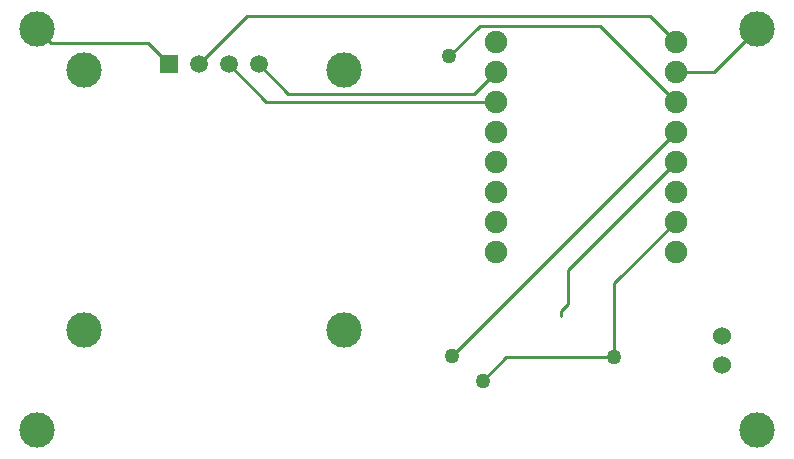
<source format=gbl>
G04*
G04 #@! TF.GenerationSoftware,Altium Limited,Altium Designer,24.7.2 (38)*
G04*
G04 Layer_Physical_Order=2*
G04 Layer_Color=16711680*
%FSAX44Y44*%
%MOMM*%
G71*
G04*
G04 #@! TF.SameCoordinates,24FF2C46-A417-480C-89B1-4EDC075265FB*
G04*
G04*
G04 #@! TF.FilePolarity,Positive*
G04*
G01*
G75*
%ADD11C,0.2540*%
%ADD28C,3.0000*%
%ADD29R,1.5080X1.5080*%
%ADD30C,1.5080*%
%ADD32C,1.5240*%
%ADD33C,1.9050*%
%ADD34C,1.2700*%
D11*
X00509000Y00144400D02*
X00561200Y00196600D01*
X00509000Y00081788D02*
Y00144400D01*
X00464000Y00116840D02*
Y00121354D01*
X00469646Y00127000D02*
Y00155846D01*
X00561200Y00247400D01*
X00464000Y00121354D02*
X00469646Y00127000D01*
X00561200Y00323600D02*
X00593601D01*
X00630000Y00360000D01*
X00113920Y00347980D02*
X00131900Y00330000D01*
X00032020Y00347980D02*
X00113920D01*
X00020000Y00360000D02*
X00032020Y00347980D01*
X00157300Y00330000D02*
X00197886Y00370586D01*
X00539614D01*
X00561200Y00349000D01*
X00371358Y00082958D02*
X00561200Y00272800D01*
X00182700Y00330000D02*
X00214500Y00298200D01*
X00408800D01*
X00208100Y00330000D02*
X00233046Y00305054D01*
X00390254D01*
X00408800Y00323600D01*
X00397976Y00061976D02*
X00417788Y00081788D01*
X00509000D01*
X00369570Y00336550D02*
X00395478Y00362458D01*
X00496942D01*
X00561200Y00298200D01*
D28*
X00630000Y00360000D02*
D03*
Y00020000D02*
D03*
X00020000D02*
D03*
Y00360000D02*
D03*
X00060000Y00325000D02*
D03*
X00280000D02*
D03*
Y00105000D02*
D03*
X00060000D02*
D03*
D29*
X00131900Y00330000D02*
D03*
D30*
X00157300D02*
D03*
X00182700D02*
D03*
X00208100D02*
D03*
D32*
X00600000Y00075000D02*
D03*
Y00100000D02*
D03*
D33*
X00561200Y00349000D02*
D03*
Y00323600D02*
D03*
Y00298200D02*
D03*
Y00272800D02*
D03*
Y00247400D02*
D03*
Y00222000D02*
D03*
Y00196600D02*
D03*
Y00171200D02*
D03*
X00408800D02*
D03*
Y00196600D02*
D03*
Y00222000D02*
D03*
Y00247400D02*
D03*
Y00272800D02*
D03*
Y00298200D02*
D03*
Y00323600D02*
D03*
Y00349000D02*
D03*
D34*
X00371358Y00082958D02*
D03*
X00397976Y00061976D02*
D03*
X00509000Y00081788D02*
D03*
X00369570Y00336550D02*
D03*
M02*

</source>
